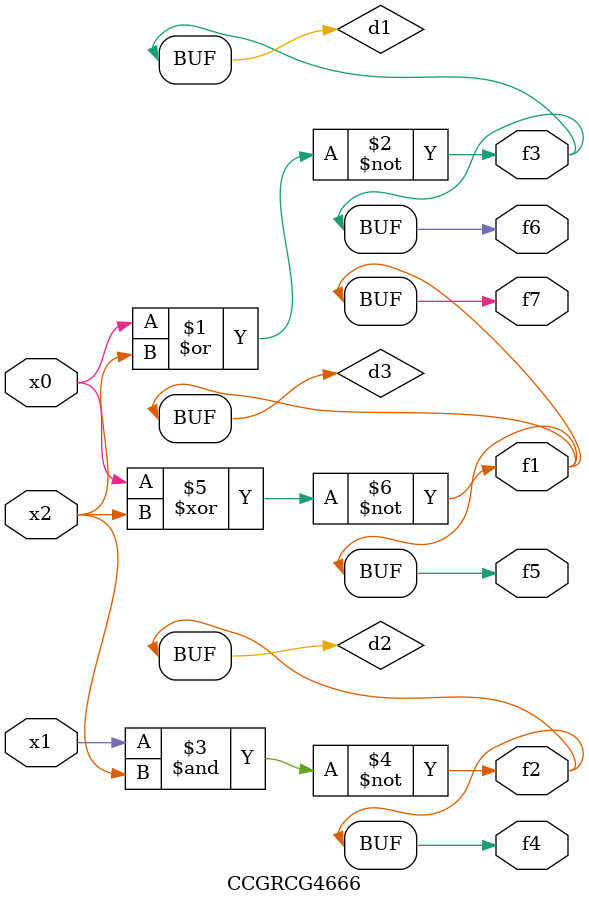
<source format=v>
module CCGRCG4666(
	input x0, x1, x2,
	output f1, f2, f3, f4, f5, f6, f7
);

	wire d1, d2, d3;

	nor (d1, x0, x2);
	nand (d2, x1, x2);
	xnor (d3, x0, x2);
	assign f1 = d3;
	assign f2 = d2;
	assign f3 = d1;
	assign f4 = d2;
	assign f5 = d3;
	assign f6 = d1;
	assign f7 = d3;
endmodule

</source>
